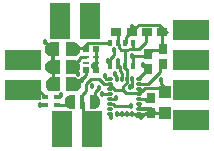
<source format=gtl>
G04 DipTrace 2.4.0.2*
%INST12axis.gtl*%
%MOMM*%
%ADD10C,0.25*%
%ADD13C,0.254*%
%ADD14C,0.23*%
%ADD18R,0.9X0.7*%
%ADD19R,0.7X0.9*%
%ADD20R,1.0X1.1*%
%ADD21R,0.381X1.2*%
%ADD22R,1.6X1.7*%
%ADD24R,2.032X1.7*%
%ADD26R,2.0X1.7*%
%ADD27R,1.7X1.6*%
%ADD28R,1.7X2.032*%
%ADD30R,0.5X0.525*%
%ADD31R,0.5X0.25*%
%ADD33R,0.5X0.4*%
%ADD35R,0.4X0.6*%
%ADD37O,0.27X0.58*%
%ADD38O,0.58X0.27*%
%ADD40C,0.457*%
%FSLAX53Y53*%
G04*
G71*
G90*
G75*
G01*
%LNTop*%
%LPD*%
X22354Y16047D2*
D13*
X22475D1*
X22126Y15698D1*
Y15393D1*
X21101Y14367D1*
X20524D1*
D14*
X20509Y14352D1*
X20306D1*
X21316Y13165D2*
D13*
Y12885D1*
X21017D1*
X20840Y13062D1*
X20306D1*
X22306Y18751D2*
X22658D1*
X22038Y19371D1*
X20281D1*
X20090Y19180D1*
X19705D1*
Y18735D1*
X19655D1*
X19211Y18292D1*
Y17836D1*
X19172D1*
X19822Y15836D2*
Y16625D1*
X19691Y16757D1*
X22354Y17347D2*
Y17201D1*
X21384D1*
X21116Y16933D1*
X19691Y16757D2*
X20940D1*
X21116Y16933D1*
X16700Y16134D2*
D10*
Y16634D1*
Y16552D1*
D13*
Y17274D1*
X20306Y12202D2*
D14*
Y12310D1*
X21280D1*
X21692Y11899D1*
D13*
X21657Y11865D1*
X21316D1*
X20306Y12632D2*
D14*
Y12212D1*
X20968D1*
D13*
X21316Y11865D1*
X16446Y15848D2*
D10*
X16582D1*
X16700Y15967D1*
Y16134D1*
X21316Y11865D2*
D13*
X22449D1*
X22522Y11938D1*
X20901D1*
X20502Y11539D1*
X16700Y16134D2*
D10*
Y15882D1*
D13*
Y15499D1*
X18436Y11802D2*
D14*
X18866D1*
X19296D1*
X19726D1*
X20105D1*
D13*
Y11670D1*
X20204D1*
D14*
X20306Y11772D1*
X21095D1*
D13*
Y11815D1*
X21266D1*
X21316Y11865D1*
X22354Y17347D2*
Y17664D1*
X22306Y17712D1*
Y18751D1*
X17856Y11772D2*
D14*
Y11640D1*
D13*
X17954Y11541D1*
X19726Y14752D2*
D14*
Y14090D1*
X19585D1*
X17872Y15836D2*
D13*
Y16260D1*
Y16506D1*
X18200Y16833D1*
Y17203D1*
X17705Y16260D2*
X17872D1*
X11270Y13810D2*
X11836D1*
X12372Y13274D1*
X18866Y14752D2*
D14*
Y15282D1*
D13*
X18712Y15435D1*
Y15836D1*
X18522D1*
Y16265D1*
X18511Y16276D1*
X12372Y12574D2*
X11970D1*
X11963Y12581D1*
X17872Y17836D2*
Y17805D1*
X16037D1*
X15679Y17447D1*
Y17396D1*
X15800Y17274D1*
X15679Y17396D2*
X14716D1*
Y17291D1*
X18436Y14752D2*
D14*
Y14969D1*
X18298Y15107D1*
Y15181D1*
X15800Y16634D2*
D10*
X15393D1*
X15225Y16466D1*
X15289D1*
D13*
X14870Y16047D1*
Y15908D1*
X14752Y15790D1*
X15179Y15205D2*
Y15363D1*
X14752Y15790D1*
X17856Y14782D2*
D14*
X17721D1*
D13*
X17542D1*
X17450Y14873D1*
Y14991D1*
X17407Y15035D1*
X15512Y14708D2*
X15156D1*
X14769Y14322D1*
X15800Y15499D2*
Y15080D1*
X15512Y14791D1*
Y14708D1*
X18405Y18735D2*
Y18795D1*
X18522Y18913D1*
Y17836D1*
X18595Y17764D1*
Y17482D1*
X18831Y17246D1*
X19119D1*
Y15890D1*
X19172Y15836D1*
X19119Y17246D2*
X19736Y17307D1*
X20300D1*
X20935Y17943D1*
Y18751D1*
X21006D1*
X19296Y14752D2*
D14*
Y15656D1*
D13*
X19172D1*
Y15836D1*
X21116Y15633D2*
D14*
X20306Y14822D1*
Y14782D1*
Y13492D2*
Y13769D1*
Y13922D1*
X17856D2*
Y14298D1*
Y14352D1*
X13019Y14322D2*
D13*
Y15773D1*
X13002Y15790D1*
Y17255D1*
X12966Y17291D1*
X21116Y15633D2*
X20938D1*
X20624Y15947D1*
X20306Y13769D2*
X20592D1*
X20802Y13978D1*
X22182D1*
X22522Y13638D1*
Y14023D1*
X22177Y14369D1*
Y14715D1*
X12966Y17291D2*
Y15826D1*
X13002Y15790D1*
Y14339D2*
X13019Y14322D1*
X12966Y17291D2*
Y17327D1*
X12370Y17923D1*
X16350Y11270D2*
X16180D1*
X15556Y11894D1*
Y12843D1*
X15536Y12823D1*
Y13395D1*
X15873Y13731D1*
Y14370D1*
X16275Y14772D1*
X16925D1*
X17345Y14352D1*
X17856D1*
Y14298D2*
X18283Y13871D1*
X18967D1*
X19259Y13579D1*
X20218D1*
D14*
X20306Y13492D1*
X19296Y14752D2*
X19307D1*
Y14512D1*
X19181Y14387D1*
Y14358D1*
D13*
X18967Y14144D1*
Y13871D1*
X19822Y17836D2*
Y17394D1*
X19736Y17307D1*
X17856Y13492D2*
D14*
X17341Y13499D1*
D13*
X17222D1*
X17856Y12632D2*
X18161D1*
X18326Y12466D1*
X19659D1*
X17856Y13062D2*
D14*
X18296D1*
D13*
X18376Y13142D1*
X13372Y12574D2*
X14237D1*
X14486Y12823D1*
X13372Y13274D2*
X13633D1*
X13749Y13390D1*
X16586Y12823D2*
Y13697D1*
X16937Y14047D1*
D40*
X19691Y16757D3*
X19732Y19196D3*
X18200Y17203D3*
X19585Y14090D3*
X18298Y15181D3*
X15512Y14708D3*
X15179Y15205D3*
X17407Y15035D3*
X18511Y16276D3*
X17222Y13499D3*
X18376Y13142D3*
X17954Y11541D3*
X19659Y12466D3*
X16446Y15848D3*
X12370Y17923D3*
X11963Y12581D3*
X20624Y15947D3*
X20502Y11539D3*
X22177Y14715D3*
X16357Y14152D3*
X13749Y13390D3*
X17705Y16260D3*
X16937Y14047D3*
G36*
X14856Y16691D2*
X14116D1*
Y17891D1*
X14856D1*
X15016Y17831D1*
X15216Y17691D1*
X15316Y17491D1*
Y17091D1*
X15216Y16891D1*
X15016Y16751D1*
X14856Y16691D1*
G37*
G36*
X12826Y17891D2*
X13566D1*
Y16691D1*
X12826D1*
X12666Y16751D1*
X12466Y16891D1*
X12366Y17091D1*
Y17491D1*
X12466Y17691D1*
X12666Y17831D1*
X12826Y17891D1*
G37*
G36*
X12862Y16390D2*
X13602D1*
Y15190D1*
X12862D1*
X12702Y15250D1*
X12502Y15390D1*
X12402Y15590D1*
Y15990D1*
X12502Y16190D1*
X12702Y16330D1*
X12862Y16390D1*
G37*
G36*
X14892Y15190D2*
X14152D1*
Y16390D1*
X14892D1*
X15052Y16330D1*
X15252Y16190D1*
X15352Y15990D1*
Y15590D1*
X15252Y15390D1*
X15052Y15250D1*
X14892Y15190D1*
G37*
G36*
X12879Y14922D2*
X13619D1*
Y13722D1*
X12879D1*
X12719Y13782D1*
X12519Y13922D1*
X12419Y14122D1*
Y14522D1*
X12519Y14722D1*
X12719Y14862D1*
X12879Y14922D1*
G37*
G36*
X14909Y13722D2*
X14169D1*
Y14922D1*
X14909D1*
X15069Y14862D1*
X15269Y14722D1*
X15369Y14522D1*
Y14122D1*
X15269Y13922D1*
X15069Y13782D1*
X14909Y13722D1*
G37*
D18*
X18405Y18735D3*
X19705D3*
X21006Y18751D3*
X22306D3*
D19*
X21116Y15633D3*
Y16933D3*
D20*
X22522Y13638D3*
Y11938D3*
G36*
X14496Y13423D2*
X14936D1*
Y12223D1*
X14496D1*
X14336Y12283D1*
X14136Y12423D1*
X14036Y12623D1*
Y13023D1*
X14136Y13223D1*
X14336Y13363D1*
X14496Y13423D1*
G37*
G36*
X16576Y12223D2*
X16136D1*
Y13423D1*
X16576D1*
X16736Y13363D1*
X16936Y13223D1*
X17036Y13023D1*
Y12623D1*
X16936Y12423D1*
X16736Y12283D1*
X16576Y12223D1*
G37*
D21*
X15536Y12823D3*
D19*
X21316Y13165D3*
Y11865D3*
X22354Y16047D3*
Y17347D3*
D22*
X23970Y13810D3*
Y16350D3*
D24*
X25240Y13810D3*
Y16350D3*
D22*
X23970Y18890D3*
D26*
X25240D3*
D22*
X11270Y16350D3*
Y13810D3*
D24*
X10000Y16350D3*
Y13810D3*
D22*
X23970Y11270D3*
D26*
X25240D3*
D27*
X16350D3*
X13810D3*
D28*
X16350Y10000D3*
X13810D3*
D27*
X16197Y18890D3*
X13657D3*
D28*
X16197Y20160D3*
X13657D3*
D30*
X15800Y17274D3*
D31*
Y16634D3*
Y16134D3*
D30*
Y15499D3*
X16700D3*
D31*
Y16134D3*
Y16634D3*
D30*
Y17274D3*
D33*
X12372Y13274D3*
Y12574D3*
X13372D3*
Y13274D3*
D35*
X19822Y17836D3*
X19172D3*
X18522D3*
X17872D3*
Y15836D3*
X18522D3*
X19172D3*
X19822D3*
D37*
X19726Y14752D3*
X19296D3*
X18866D3*
X18436D3*
D38*
X17856Y14782D3*
Y14352D3*
Y13922D3*
Y13492D3*
Y13062D3*
Y12632D3*
Y12202D3*
Y11772D3*
D37*
X18436Y11802D3*
X18866D3*
X19296D3*
X19726D3*
D38*
X20306Y11772D3*
Y12202D3*
Y12632D3*
Y13062D3*
Y13492D3*
Y13922D3*
Y14352D3*
Y14782D3*
M02*

</source>
